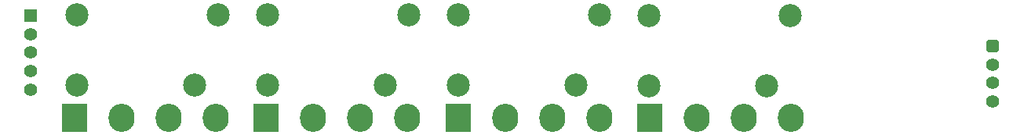
<source format=gbr>
G04*
G04 #@! TF.GenerationSoftware,Altium Limited,Altium Designer,23.0.1 (38)*
G04*
G04 Layer_Color=255*
%FSLAX25Y25*%
%MOIN*%
G70*
G04*
G04 #@! TF.SameCoordinates,3E06254A-0F58-42D6-91FB-0DF0C2053515*
G04*
G04*
G04 #@! TF.FilePolarity,Positive*
G04*
G01*
G75*
%ADD42R,0.11000X0.12000*%
%ADD43O,0.11000X0.12000*%
%ADD44C,0.09843*%
%ADD45C,0.05512*%
G04:AMPARAMS|DCode=46|XSize=55.12mil|YSize=55.12mil|CornerRadius=13.78mil|HoleSize=0mil|Usage=FLASHONLY|Rotation=270.000|XOffset=0mil|YOffset=0mil|HoleType=Round|Shape=RoundedRectangle|*
%AMROUNDEDRECTD46*
21,1,0.05512,0.02756,0,0,270.0*
21,1,0.02756,0.05512,0,0,270.0*
1,1,0.02756,-0.01378,-0.01378*
1,1,0.02756,-0.01378,0.01378*
1,1,0.02756,0.01378,0.01378*
1,1,0.02756,0.01378,-0.01378*
%
%ADD46ROUNDEDRECTD46*%
%ADD47R,0.05512X0.05512*%
D42*
X609480Y440980D02*
D03*
X364961Y440961D02*
D03*
X527994Y440994D02*
D03*
X446494D02*
D03*
D43*
X669520Y441020D02*
D03*
X649486Y440986D02*
D03*
X629480Y440980D02*
D03*
X425000Y441000D02*
D03*
X404967Y440967D02*
D03*
X384961Y440961D02*
D03*
X588033Y441033D02*
D03*
X568000Y441000D02*
D03*
X547994Y440994D02*
D03*
X466494D02*
D03*
X486500Y441000D02*
D03*
X506533Y441033D02*
D03*
D44*
X609000Y484500D02*
D03*
X669000D02*
D03*
X659000Y454500D02*
D03*
X609000D02*
D03*
X366000Y455000D02*
D03*
X416000D02*
D03*
X426000Y485000D02*
D03*
X366000D02*
D03*
X447000D02*
D03*
X507000D02*
D03*
X497000Y455000D02*
D03*
X447000D02*
D03*
X528000Y485000D02*
D03*
X588000D02*
D03*
X578000Y455000D02*
D03*
X528000D02*
D03*
D45*
X755000Y448000D02*
D03*
Y455874D02*
D03*
Y463748D02*
D03*
X346500Y453004D02*
D03*
Y460878D02*
D03*
Y468752D02*
D03*
Y476626D02*
D03*
D46*
X755000Y471622D02*
D03*
D47*
X346500Y484500D02*
D03*
M02*

</source>
